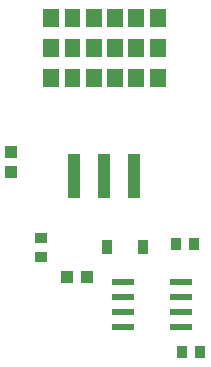
<source format=gbr>
%TF.GenerationSoftware,KiCad,Pcbnew,5.1.10*%
%TF.CreationDate,2021-10-03T17:54:42-07:00*%
%TF.ProjectId,Instrumentation-Amplifier,496e7374-7275-46d6-956e-746174696f6e,2.0*%
%TF.SameCoordinates,Original*%
%TF.FileFunction,Paste,Top*%
%TF.FilePolarity,Positive*%
%FSLAX46Y46*%
G04 Gerber Fmt 4.6, Leading zero omitted, Abs format (unit mm)*
G04 Created by KiCad (PCBNEW 5.1.10) date 2021-10-03 17:54:42*
%MOMM*%
%LPD*%
G01*
G04 APERTURE LIST*
%ADD10C,0.010000*%
%ADD11R,1.020000X0.940000*%
%ADD12R,0.940000X1.020000*%
%ADD13R,1.100000X1.000000*%
%ADD14R,1.000000X1.100000*%
%ADD15R,0.990000X3.790000*%
%ADD16R,0.965200X1.295400*%
%ADD17R,1.981200X0.558800*%
G04 APERTURE END LIST*
D10*
%TO.C,U1*%
G36*
X115564000Y-105719000D02*
G01*
X115564000Y-104269000D01*
X116824000Y-104269000D01*
X116824000Y-105719000D01*
X115564000Y-105719000D01*
G37*
X115564000Y-105719000D02*
X115564000Y-104269000D01*
X116824000Y-104269000D01*
X116824000Y-105719000D01*
X115564000Y-105719000D01*
G36*
X113764000Y-105719000D02*
G01*
X113764000Y-104269000D01*
X115024000Y-104269000D01*
X115024000Y-105719000D01*
X113764000Y-105719000D01*
G37*
X113764000Y-105719000D02*
X113764000Y-104269000D01*
X115024000Y-104269000D01*
X115024000Y-105719000D01*
X113764000Y-105719000D01*
G36*
X111964000Y-105719000D02*
G01*
X111964000Y-104269000D01*
X113224000Y-104269000D01*
X113224000Y-105719000D01*
X111964000Y-105719000D01*
G37*
X111964000Y-105719000D02*
X111964000Y-104269000D01*
X113224000Y-104269000D01*
X113224000Y-105719000D01*
X111964000Y-105719000D01*
G36*
X117364000Y-105719000D02*
G01*
X117364000Y-104269000D01*
X118624000Y-104269000D01*
X118624000Y-105719000D01*
X117364000Y-105719000D01*
G37*
X117364000Y-105719000D02*
X117364000Y-104269000D01*
X118624000Y-104269000D01*
X118624000Y-105719000D01*
X117364000Y-105719000D01*
G36*
X119164000Y-105719000D02*
G01*
X119164000Y-104269000D01*
X120424000Y-104269000D01*
X120424000Y-105719000D01*
X119164000Y-105719000D01*
G37*
X119164000Y-105719000D02*
X119164000Y-104269000D01*
X120424000Y-104269000D01*
X120424000Y-105719000D01*
X119164000Y-105719000D01*
G36*
X120964000Y-105719000D02*
G01*
X120964000Y-104269000D01*
X122224000Y-104269000D01*
X122224000Y-105719000D01*
X120964000Y-105719000D01*
G37*
X120964000Y-105719000D02*
X120964000Y-104269000D01*
X122224000Y-104269000D01*
X122224000Y-105719000D01*
X120964000Y-105719000D01*
G36*
X115564000Y-103179000D02*
G01*
X115564000Y-101729000D01*
X116824000Y-101729000D01*
X116824000Y-103179000D01*
X115564000Y-103179000D01*
G37*
X115564000Y-103179000D02*
X115564000Y-101729000D01*
X116824000Y-101729000D01*
X116824000Y-103179000D01*
X115564000Y-103179000D01*
G36*
X113764000Y-103179000D02*
G01*
X113764000Y-101729000D01*
X115024000Y-101729000D01*
X115024000Y-103179000D01*
X113764000Y-103179000D01*
G37*
X113764000Y-103179000D02*
X113764000Y-101729000D01*
X115024000Y-101729000D01*
X115024000Y-103179000D01*
X113764000Y-103179000D01*
G36*
X111964000Y-103179000D02*
G01*
X111964000Y-101729000D01*
X113224000Y-101729000D01*
X113224000Y-103179000D01*
X111964000Y-103179000D01*
G37*
X111964000Y-103179000D02*
X111964000Y-101729000D01*
X113224000Y-101729000D01*
X113224000Y-103179000D01*
X111964000Y-103179000D01*
G36*
X117364000Y-103179000D02*
G01*
X117364000Y-101729000D01*
X118624000Y-101729000D01*
X118624000Y-103179000D01*
X117364000Y-103179000D01*
G37*
X117364000Y-103179000D02*
X117364000Y-101729000D01*
X118624000Y-101729000D01*
X118624000Y-103179000D01*
X117364000Y-103179000D01*
G36*
X119164000Y-103179000D02*
G01*
X119164000Y-101729000D01*
X120424000Y-101729000D01*
X120424000Y-103179000D01*
X119164000Y-103179000D01*
G37*
X119164000Y-103179000D02*
X119164000Y-101729000D01*
X120424000Y-101729000D01*
X120424000Y-103179000D01*
X119164000Y-103179000D01*
G36*
X120964000Y-103179000D02*
G01*
X120964000Y-101729000D01*
X122224000Y-101729000D01*
X122224000Y-103179000D01*
X120964000Y-103179000D01*
G37*
X120964000Y-103179000D02*
X120964000Y-101729000D01*
X122224000Y-101729000D01*
X122224000Y-103179000D01*
X120964000Y-103179000D01*
G36*
X115564000Y-108259000D02*
G01*
X115564000Y-106809000D01*
X116824000Y-106809000D01*
X116824000Y-108259000D01*
X115564000Y-108259000D01*
G37*
X115564000Y-108259000D02*
X115564000Y-106809000D01*
X116824000Y-106809000D01*
X116824000Y-108259000D01*
X115564000Y-108259000D01*
G36*
X113764000Y-108259000D02*
G01*
X113764000Y-106809000D01*
X115024000Y-106809000D01*
X115024000Y-108259000D01*
X113764000Y-108259000D01*
G37*
X113764000Y-108259000D02*
X113764000Y-106809000D01*
X115024000Y-106809000D01*
X115024000Y-108259000D01*
X113764000Y-108259000D01*
G36*
X111964000Y-108259000D02*
G01*
X111964000Y-106809000D01*
X113224000Y-106809000D01*
X113224000Y-108259000D01*
X111964000Y-108259000D01*
G37*
X111964000Y-108259000D02*
X111964000Y-106809000D01*
X113224000Y-106809000D01*
X113224000Y-108259000D01*
X111964000Y-108259000D01*
G36*
X117364000Y-108259000D02*
G01*
X117364000Y-106809000D01*
X118624000Y-106809000D01*
X118624000Y-108259000D01*
X117364000Y-108259000D01*
G37*
X117364000Y-108259000D02*
X117364000Y-106809000D01*
X118624000Y-106809000D01*
X118624000Y-108259000D01*
X117364000Y-108259000D01*
G36*
X119164000Y-108259000D02*
G01*
X119164000Y-106809000D01*
X120424000Y-106809000D01*
X120424000Y-108259000D01*
X119164000Y-108259000D01*
G37*
X119164000Y-108259000D02*
X119164000Y-106809000D01*
X120424000Y-106809000D01*
X120424000Y-108259000D01*
X119164000Y-108259000D01*
G36*
X120964000Y-108259000D02*
G01*
X120964000Y-106809000D01*
X122224000Y-106809000D01*
X122224000Y-108259000D01*
X120964000Y-108259000D01*
G37*
X120964000Y-108259000D02*
X120964000Y-106809000D01*
X122224000Y-106809000D01*
X122224000Y-108259000D01*
X120964000Y-108259000D01*
%TD*%
D11*
%TO.C,R3*%
X111760000Y-121130000D03*
X111760000Y-122710000D03*
%TD*%
D12*
%TO.C,R2*%
X125250000Y-130810000D03*
X123670000Y-130810000D03*
%TD*%
D13*
%TO.C,C2*%
X113958000Y-124460000D03*
X115658000Y-124460000D03*
%TD*%
D12*
%TO.C,R1*%
X123162000Y-121666000D03*
X124742000Y-121666000D03*
%TD*%
D14*
%TO.C,C1*%
X109220000Y-115570000D03*
X109220000Y-113870000D03*
%TD*%
D15*
%TO.C,U1*%
X114554000Y-115874000D03*
X117094000Y-115874000D03*
X119634000Y-115874000D03*
%TD*%
D16*
%TO.C,D1*%
X117348000Y-121920000D03*
X120396000Y-121920000D03*
%TD*%
D17*
%TO.C,U2*%
X118694200Y-124841000D03*
X118694200Y-126111000D03*
X118694200Y-127381000D03*
X118694200Y-128651000D03*
X123621800Y-128651000D03*
X123621800Y-127381000D03*
X123621800Y-126111000D03*
X123621800Y-124841000D03*
%TD*%
M02*

</source>
